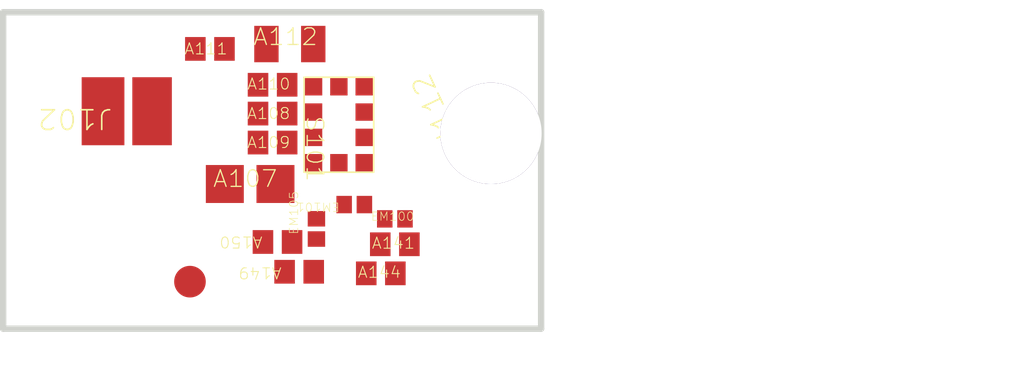
<source format=kicad_pcb>
(kicad_pcb (version 20171130) (host pcbnew "(5.1.0)-1")

  (general
    (thickness 1.6)
    (drawings 4)
    (tracks 0)
    (zones 0)
    (modules 18)
    (nets 14)
  )

  (page A4)
  (layers
    (0 F.Cu signal)
    (31 B.Cu signal)
    (32 B.Adhes user)
    (33 F.Adhes user)
    (34 B.Paste user)
    (35 F.Paste user)
    (36 B.SilkS user)
    (37 F.SilkS user)
    (38 B.Mask user)
    (39 F.Mask user)
    (40 Dwgs.User user)
    (41 Cmts.User user)
    (42 Eco1.User user)
    (43 Eco2.User user)
    (44 Edge.Cuts user)
    (45 Margin user)
    (46 B.CrtYd user)
    (47 F.CrtYd user)
    (48 B.Fab user)
    (49 F.Fab user)
  )

  (setup
    (last_trace_width 0.25)
    (trace_clearance 0.2)
    (zone_clearance 0.508)
    (zone_45_only no)
    (trace_min 0.2)
    (via_size 0.8)
    (via_drill 0.4)
    (via_min_size 0.4)
    (via_min_drill 0.3)
    (uvia_size 0.3)
    (uvia_drill 0.1)
    (uvias_allowed no)
    (uvia_min_size 0.2)
    (uvia_min_drill 0.1)
    (edge_width 0.05)
    (segment_width 0.2)
    (pcb_text_width 0.3)
    (pcb_text_size 1.5 1.5)
    (mod_edge_width 0.12)
    (mod_text_size 1 1)
    (mod_text_width 0.15)
    (pad_size 1.524 1.524)
    (pad_drill 0.762)
    (pad_to_mask_clearance 0.051)
    (solder_mask_min_width 0.25)
    (aux_axis_origin 0 0)
    (visible_elements FFFFFF7F)
    (pcbplotparams
      (layerselection 0x010fc_ffffffff)
      (usegerberextensions false)
      (usegerberattributes false)
      (usegerberadvancedattributes false)
      (creategerberjobfile false)
      (excludeedgelayer true)
      (linewidth 0.150000)
      (plotframeref false)
      (viasonmask false)
      (mode 1)
      (useauxorigin false)
      (hpglpennumber 1)
      (hpglpenspeed 20)
      (hpglpendiameter 15.000000)
      (psnegative false)
      (psa4output false)
      (plotreference true)
      (plotvalue true)
      (plotinvisibletext false)
      (padsonsilk false)
      (subtractmaskfromsilk false)
      (outputformat 1)
      (mirror false)
      (drillshape 1)
      (scaleselection 1)
      (outputdirectory ""))
  )

  (net 0 "")
  (net 1 GND)
  (net 2 N17753661)
  (net 3 N17753743)
  (net 4 N17753749)
  (net 5 N17753816)
  (net 6 N17753880)
  (net 7 N17753882)
  (net 8 N17753954)
  (net 9 N17837242)
  (net 10 N17837274)
  (net 11 SDR_RFFE8_CLK)
  (net 12 SDR_RFFE8_DATA)
  (net 13 VREG_L15B_1P8)

  (net_class Default "This is the default net class."
    (clearance 0.2)
    (trace_width 0.25)
    (via_dia 0.8)
    (via_drill 0.4)
    (uvia_dia 0.3)
    (uvia_drill 0.1)
    (add_net GND)
    (add_net N17753661)
    (add_net N17753743)
    (add_net N17753749)
    (add_net N17753816)
    (add_net N17753880)
    (add_net N17753882)
    (add_net N17753954)
    (add_net N17837242)
    (add_net N17837274)
    (add_net SDR_RFFE8_CLK)
    (add_net SDR_RFFE8_DATA)
    (add_net VREG_L15B_1P8)
  )

  (module "" (layer F.Cu) (tedit 0) (tstamp 682E90A5)
    (at 90.45164 381.7569)
    (fp_text reference "" (at 0 0) (layer F.SilkS)
      (effects (font (size 1.27 1.27) (thickness 0.15)))
    )
    (fp_text value "" (at 0 0) (layer F.SilkS)
      (effects (font (size 1.27 1.27) (thickness 0.15)))
    )
    (pad "" smd circle (at 0 0) (size 0.5 0.5) (layers F.Cu F.Paste F.Mask))
  )

  (module "" (layer F.Cu) (tedit 0) (tstamp 682E90A1)
    (at 95.20804 379.4139)
    (fp_text reference "" (at 0 0) (layer F.SilkS)
      (effects (font (size 1.27 1.27) (thickness 0.15)))
    )
    (fp_text value "" (at 0 0) (layer F.SilkS)
      (effects (font (size 1.27 1.27) (thickness 0.15)))
    )
    (pad "" thru_hole circle (at 0 0) (size 1.6 1.6) (drill 1.6) (layers *.Cu *.Mask))
  )

  (module ANT_HG_F1_1 (layer F.Cu) (tedit 0) (tstamp 682E909E)
    (at 95.20754 379.4707 114.9)
    (attr smd)
    (fp_text reference J112 (at 0.762731 -0.61108 114.9 unlocked) (layer F.SilkS)
      (effects (font (size 0.311029 0.32715) (thickness 0.0254)))
    )
    (fp_text value ANT_PIN_ANT_HG_F1_XM-217-XC-186 (at -1.332071 3.432753 unlocked) (layer F.SilkS) hide
      (effects (font (size 0.311029 0.32715) (thickness 0.0254)))
    )
  )

  (module CAP01005_HT0_22_NM_3 (layer F.Cu) (tedit 0) (tstamp 682E9099)
    (at 92.44994 380.92329 90)
    (attr smd)
    (fp_text reference EM105 (at 0.2548 -0.3566 90 unlocked) (layer F.SilkS)
      (effects (font (size 0.133299 0.140208) (thickness 0.01016)))
    )
    (fp_text value CAP_NM_CAP01005_HT0_22_NM_NM (at 0.1016 1.4224 unlocked) (layer F.SilkS) hide
      (effects (font (size 0.133299 0.140208) (thickness 0.01016)))
    )
    (pad 1 smd rect (at -0.16 0) (size 0.275 0.245) (layers F.Cu F.Paste F.Mask)
      (net 2 N17753661))
    (pad 2 smd rect (at 0.16 0) (size 0.275 0.245) (layers F.Cu F.Paste F.Mask)
      (net 1 GND))
  )

  (module RES01005_HT0_15_S0_38_NM_1 (layer F.Cu) (tedit 0) (tstamp 682E9094)
    (at 93.68924 380.76489)
    (attr smd)
    (fp_text reference EM100 (at -0.0358 -0.0375 unlocked) (layer F.SilkS)
      (effects (font (size 0.133299 0.140208) (thickness 0.01016)))
    )
    (fp_text value RES_NM_RES01005_HT0_15_S0_38_NM (at 1.5748 -0.1016 unlocked) (layer F.SilkS) hide
      (effects (font (size 0.133299 0.140208) (thickness 0.01016)))
    )
    (pad 1 smd rect (at -0.16 0) (size 0.245 0.275) (layers F.Cu F.Paste F.Mask)
      (net 7 N17753882))
    (pad 2 smd rect (at 0.16 0) (size 0.245 0.275) (layers F.Cu F.Paste F.Mask)
      (net 1 GND))
  )

  (module RES01005_HT0_15_S0_38_NM_2 (layer F.Cu) (tedit 0) (tstamp 682E908F)
    (at 93.04784 380.5389 180)
    (attr smd)
    (fp_text reference EM101 (at 0.5738 -0.0375 180 unlocked) (layer F.SilkS)
      (effects (font (size 0.133299 0.140208) (thickness 0.01016)))
    )
    (fp_text value RES_NM_RES01005_HT0_15_S0_38_NM (at -1.5748 0.1016 unlocked) (layer F.SilkS) hide
      (effects (font (size 0.133299 0.140208) (thickness 0.01016)))
    )
    (pad 1 smd rect (at -0.16 0) (size 0.245 0.275) (layers F.Cu F.Paste F.Mask)
      (net 8 N17753954))
    (pad 2 smd rect (at 0.16 0) (size 0.245 0.275) (layers F.Cu F.Paste F.Mask)
      (net 1 GND))
  )

  (module IND0402CS-HT0_6_FPC_S_1 (layer F.Cu) (tedit 0) (tstamp 682E9086)
    (at 91.40254 380.21381)
    (attr smd)
    (fp_text reference A107 (at -0.0777 -0.0832 unlocked) (layer F.SilkS)
      (effects (font (size 0.2624 0.276) (thickness 0.02)))
    )
    (fp_text value INDUCTOR_IND0402CS-HT0_6_FPC_S_ (at 3.1 -0.2 unlocked) (layer F.SilkS) hide
      (effects (font (size 0.2624 0.276) (thickness 0.02)))
    )
    (fp_line (start -0.55 0.35) (end -0.55 -0.35) (layer Dwgs.User) (width 0.0254))
    (fp_line (start -0.55 -0.35) (end 0.55 -0.35) (layer Dwgs.User) (width 0.0254))
    (fp_line (start 0.55 0.35) (end 0.55 -0.35) (layer Dwgs.User) (width 0.0254))
    (fp_line (start -0.55 0.35) (end 0.55 0.35) (layer Dwgs.User) (width 0.0254))
    (pad 1 smd rect (at -0.4 0) (size 0.6 0.6) (layers F.Cu F.Paste F.Mask)
      (net 4 N17753749))
    (pad 2 smd rect (at 0.4 0) (size 0.6 0.6) (layers F.Cu F.Paste F.Mask)
      (net 10 N17837274))
  )

  (module ANT_1_7X1_0_P2_HT1_35_HD_1 (layer F.Cu) (tedit 0) (tstamp 682E9081)
    (at 89.62804 379.0639 90)
    (attr smd)
    (fp_text reference J102 (at -0.119265 -0.99109 180 unlocked) (layer F.SilkS)
      (effects (font (size 0.311029 0.32715) (thickness 0.0254)))
    )
    (fp_text value KEY_2P_ANT_1_7X1_0_P2_HT1_35_HD (at 0.237065 3.674508 unlocked) (layer F.SilkS) hide
      (effects (font (size 0.311029 0.32715) (thickness 0.0254)))
    )
    (pad 1 smd rect (at 0 -0.55) (size 0.675 1.075) (layers F.Cu F.Paste F.Mask)
      (net 3 N17753743))
    (pad 2 smd rect (at 0 0.225) (size 0.625 1.075) (layers F.Cu F.Paste F.Mask)
      (net 3 N17753743))
  )

  (module IND0402CS-HT0_6_4 (layer F.Cu) (tedit 0) (tstamp 682E907C)
    (at 92.02964 378.0025)
    (attr smd)
    (fp_text reference A112 (at -0.068 -0.114 unlocked) (layer F.SilkS)
      (effects (font (size 0.2624 0.276) (thickness 0.02)))
    )
    (fp_text value INDUCTOR_IND0402CS-HT0_6_10NH (at 2.9 -0.2 unlocked) (layer F.SilkS) hide
      (effects (font (size 0.2624 0.276) (thickness 0.02)))
    )
    (pad 1 smd rect (at -0.37 0) (size 0.385 0.575) (layers F.Cu F.Paste F.Mask)
      (net 4 N17753749))
    (pad 2 smd rect (at 0.37 0) (size 0.385 0.575) (layers F.Cu F.Paste F.Mask)
      (net 1 GND))
  )

  (module CAP0201-HT0_33_23 (layer F.Cu) (tedit 0) (tstamp 682E905F)
    (at 90.76684 378.07919)
    (attr smd)
    (fp_text reference A111 (at -0.06233 -0.001335 unlocked) (layer F.SilkS)
      (effects (font (size 0.174936 0.184002) (thickness 0.015)))
    )
    (fp_text value CAP_NP_CAP0201-HT0_33_33PF (at 1.733355 -0.133335 unlocked) (layer F.SilkS) hide
      (effects (font (size 0.174936 0.184002) (thickness 0.015)))
    )
    (fp_line (start 2.226 0.15) (end 2.328 0.455) (layer B.Fab) (width 0.0254))
    (fp_line (start 0.23 0.636) (end 0.84 0.636) (layer B.Fab) (width 0.0254))
    (fp_line (start 2.226 0.573) (end 2.226 0.15) (layer B.Fab) (width 0.0254))
    (fp_line (start 2.125 0.455) (end 2.226 0.15) (layer B.Fab) (width 0.0254))
    (fp_line (start 0.554 0.15) (end 2.48 0.15) (layer B.Fab) (width 0.0254))
    (fp_line (start 0.23 0.636) (end 0.535 0.535) (layer B.Fab) (width 0.0254))
    (fp_line (start 2.125 -0.455) (end 2.226 -0.15) (layer B.Fab) (width 0.0254))
    (fp_line (start 0.554 -0.15) (end 2.48 -0.15) (layer B.Fab) (width 0.0254))
    (fp_line (start 2.226 -0.15) (end 2.328 -0.455) (layer B.Fab) (width 0.0254))
    (fp_line (start 2.226 -0.15) (end 2.226 -0.76) (layer B.Fab) (width 0.0254))
    (fp_line (start 0.23 0.89) (end 0.23 0.254) (layer B.Fab) (width 0.0254))
    (fp_line (start 0.3 1.272) (end 0.91 1.272) (layer B.Fab) (width 0.0254))
    (fp_line (start -0.23 0.89) (end -0.23 0.254) (layer B.Fab) (width 0.0254))
    (fp_line (start 0.3 1.272) (end 0.605 1.171) (layer B.Fab) (width 0.0254))
    (fp_line (start 0.3 1.272) (end 0.605 1.374) (layer B.Fab) (width 0.0254))
    (fp_line (start -0.3 1.526) (end -0.3 0.404) (layer B.Fab) (width 0.0254))
    (fp_line (start -0.535 0.535) (end -0.23 0.636) (layer B.Fab) (width 0.0254))
    (fp_line (start -0.535 0.738) (end -0.23 0.636) (layer B.Fab) (width 0.0254))
    (fp_line (start -0.841 0.636) (end -0.23 0.636) (layer B.Fab) (width 0.0254))
    (fp_line (start -0.605 1.171) (end -0.3 1.272) (layer B.Fab) (width 0.0254))
    (fp_line (start -0.605 1.374) (end -0.3 1.272) (layer B.Fab) (width 0.0254))
    (fp_line (start -0.841 1.272) (end -0.3 1.272) (layer B.Fab) (width 0.0254))
    (fp_line (start 0.23 0.636) (end 0.535 0.738) (layer B.Fab) (width 0.0254))
    (fp_line (start 0.3 1.526) (end 0.3 0.404) (layer B.Fab) (width 0.0254))
    (pad 1 smd rect (at -0.23 0) (size 0.325 0.375) (layers F.Cu F.Paste F.Mask)
      (net 3 N17753743))
    (pad 2 smd rect (at 0.23 0) (size 0.325 0.375) (layers F.Cu F.Paste F.Mask)
      (net 4 N17753749))
  )

  (module CAP0201-HT0_33_24 (layer F.Cu) (tedit 0) (tstamp 682E9042)
    (at 91.75714 379.101)
    (attr smd)
    (fp_text reference A108 (at -0.06233 -0.001335 unlocked) (layer F.SilkS)
      (effects (font (size 0.174936 0.184002) (thickness 0.015)))
    )
    (fp_text value CAP_NP_CAP0201-HT0_33_1.6PF (at 1.800023 -0.133335 unlocked) (layer F.SilkS) hide
      (effects (font (size 0.174936 0.184002) (thickness 0.015)))
    )
    (fp_line (start 2.226 0.15) (end 2.328 0.455) (layer B.Fab) (width 0.0254))
    (fp_line (start 0.23 0.636) (end 0.84 0.636) (layer B.Fab) (width 0.0254))
    (fp_line (start 2.226 0.573) (end 2.226 0.15) (layer B.Fab) (width 0.0254))
    (fp_line (start 2.125 0.455) (end 2.226 0.15) (layer B.Fab) (width 0.0254))
    (fp_line (start 0.554 0.15) (end 2.48 0.15) (layer B.Fab) (width 0.0254))
    (fp_line (start 0.23 0.636) (end 0.535 0.535) (layer B.Fab) (width 0.0254))
    (fp_line (start 2.125 -0.455) (end 2.226 -0.15) (layer B.Fab) (width 0.0254))
    (fp_line (start 0.554 -0.15) (end 2.48 -0.15) (layer B.Fab) (width 0.0254))
    (fp_line (start 2.226 -0.15) (end 2.328 -0.455) (layer B.Fab) (width 0.0254))
    (fp_line (start 2.226 -0.15) (end 2.226 -0.76) (layer B.Fab) (width 0.0254))
    (fp_line (start 0.23 0.89) (end 0.23 0.254) (layer B.Fab) (width 0.0254))
    (fp_line (start 0.3 1.272) (end 0.91 1.272) (layer B.Fab) (width 0.0254))
    (fp_line (start -0.23 0.89) (end -0.23 0.254) (layer B.Fab) (width 0.0254))
    (fp_line (start 0.3 1.272) (end 0.605 1.171) (layer B.Fab) (width 0.0254))
    (fp_line (start 0.3 1.272) (end 0.605 1.374) (layer B.Fab) (width 0.0254))
    (fp_line (start -0.3 1.526) (end -0.3 0.404) (layer B.Fab) (width 0.0254))
    (fp_line (start -0.535 0.535) (end -0.23 0.636) (layer B.Fab) (width 0.0254))
    (fp_line (start -0.535 0.738) (end -0.23 0.636) (layer B.Fab) (width 0.0254))
    (fp_line (start -0.841 0.636) (end -0.23 0.636) (layer B.Fab) (width 0.0254))
    (fp_line (start -0.605 1.171) (end -0.3 1.272) (layer B.Fab) (width 0.0254))
    (fp_line (start -0.605 1.374) (end -0.3 1.272) (layer B.Fab) (width 0.0254))
    (fp_line (start -0.841 1.272) (end -0.3 1.272) (layer B.Fab) (width 0.0254))
    (fp_line (start 0.23 0.636) (end 0.535 0.738) (layer B.Fab) (width 0.0254))
    (fp_line (start 0.3 1.526) (end 0.3 0.404) (layer B.Fab) (width 0.0254))
    (pad 1 smd rect (at -0.23 0) (size 0.325 0.375) (layers F.Cu F.Paste F.Mask)
      (net 4 N17753749))
    (pad 2 smd rect (at 0.23 0) (size 0.325 0.375) (layers F.Cu F.Paste F.Mask)
      (net 6 N17753880))
  )

  (module CAP0201-HT0_33_25 (layer F.Cu) (tedit 0) (tstamp 682E9025)
    (at 91.83494 381.1299 180)
    (attr smd)
    (fp_text reference A150 (at 0.57767 -0.001335 180 unlocked) (layer F.SilkS)
      (effects (font (size 0.174936 0.184002) (thickness 0.015)))
    )
    (fp_text value CAP_NP_CAP0201-HT0_33_100NF (at -1.800023 0.133335 unlocked) (layer F.SilkS) hide
      (effects (font (size 0.174936 0.184002) (thickness 0.015)))
    )
    (fp_line (start 2.226 0.15) (end 2.328 0.455) (layer B.Fab) (width 0.0254))
    (fp_line (start 0.23 0.636) (end 0.84 0.636) (layer B.Fab) (width 0.0254))
    (fp_line (start 2.226 0.573) (end 2.226 0.15) (layer B.Fab) (width 0.0254))
    (fp_line (start 2.125 0.455) (end 2.226 0.15) (layer B.Fab) (width 0.0254))
    (fp_line (start 0.554 0.15) (end 2.48 0.15) (layer B.Fab) (width 0.0254))
    (fp_line (start 0.23 0.636) (end 0.535 0.535) (layer B.Fab) (width 0.0254))
    (fp_line (start 2.125 -0.455) (end 2.226 -0.15) (layer B.Fab) (width 0.0254))
    (fp_line (start 0.554 -0.15) (end 2.48 -0.15) (layer B.Fab) (width 0.0254))
    (fp_line (start 2.226 -0.15) (end 2.328 -0.455) (layer B.Fab) (width 0.0254))
    (fp_line (start 2.226 -0.15) (end 2.226 -0.76) (layer B.Fab) (width 0.0254))
    (fp_line (start 0.23 0.89) (end 0.23 0.254) (layer B.Fab) (width 0.0254))
    (fp_line (start 0.3 1.272) (end 0.91 1.272) (layer B.Fab) (width 0.0254))
    (fp_line (start -0.23 0.89) (end -0.23 0.254) (layer B.Fab) (width 0.0254))
    (fp_line (start 0.3 1.272) (end 0.605 1.171) (layer B.Fab) (width 0.0254))
    (fp_line (start 0.3 1.272) (end 0.605 1.374) (layer B.Fab) (width 0.0254))
    (fp_line (start -0.3 1.526) (end -0.3 0.404) (layer B.Fab) (width 0.0254))
    (fp_line (start -0.535 0.535) (end -0.23 0.636) (layer B.Fab) (width 0.0254))
    (fp_line (start -0.535 0.738) (end -0.23 0.636) (layer B.Fab) (width 0.0254))
    (fp_line (start -0.841 0.636) (end -0.23 0.636) (layer B.Fab) (width 0.0254))
    (fp_line (start -0.605 1.171) (end -0.3 1.272) (layer B.Fab) (width 0.0254))
    (fp_line (start -0.605 1.374) (end -0.3 1.272) (layer B.Fab) (width 0.0254))
    (fp_line (start -0.841 1.272) (end -0.3 1.272) (layer B.Fab) (width 0.0254))
    (fp_line (start 0.23 0.636) (end 0.535 0.738) (layer B.Fab) (width 0.0254))
    (fp_line (start 0.3 1.526) (end 0.3 0.404) (layer B.Fab) (width 0.0254))
    (pad 1 smd rect (at -0.23 0) (size 0.325 0.375) (layers F.Cu F.Paste F.Mask)
      (net 2 N17753661))
    (pad 2 smd rect (at 0.23 0) (size 0.325 0.375) (layers F.Cu F.Paste F.Mask)
      (net 1 GND))
  )

  (module CAP0201-HT0_33_26 (layer F.Cu) (tedit 0) (tstamp 682E9008)
    (at 91.75714 379.55879)
    (attr smd)
    (fp_text reference A109 (at -0.06233 -0.001335 unlocked) (layer F.SilkS)
      (effects (font (size 0.174936 0.184002) (thickness 0.015)))
    )
    (fp_text value CAP_NP_CAP0201-HT0_33_2.7PF (at 1.800023 -0.133335 unlocked) (layer F.SilkS) hide
      (effects (font (size 0.174936 0.184002) (thickness 0.015)))
    )
    (fp_line (start 2.226 0.15) (end 2.328 0.455) (layer B.Fab) (width 0.0254))
    (fp_line (start 0.23 0.636) (end 0.84 0.636) (layer B.Fab) (width 0.0254))
    (fp_line (start 2.226 0.573) (end 2.226 0.15) (layer B.Fab) (width 0.0254))
    (fp_line (start 2.125 0.455) (end 2.226 0.15) (layer B.Fab) (width 0.0254))
    (fp_line (start 0.554 0.15) (end 2.48 0.15) (layer B.Fab) (width 0.0254))
    (fp_line (start 0.23 0.636) (end 0.535 0.535) (layer B.Fab) (width 0.0254))
    (fp_line (start 2.125 -0.455) (end 2.226 -0.15) (layer B.Fab) (width 0.0254))
    (fp_line (start 0.554 -0.15) (end 2.48 -0.15) (layer B.Fab) (width 0.0254))
    (fp_line (start 2.226 -0.15) (end 2.328 -0.455) (layer B.Fab) (width 0.0254))
    (fp_line (start 2.226 -0.15) (end 2.226 -0.76) (layer B.Fab) (width 0.0254))
    (fp_line (start 0.23 0.89) (end 0.23 0.254) (layer B.Fab) (width 0.0254))
    (fp_line (start 0.3 1.272) (end 0.91 1.272) (layer B.Fab) (width 0.0254))
    (fp_line (start -0.23 0.89) (end -0.23 0.254) (layer B.Fab) (width 0.0254))
    (fp_line (start 0.3 1.272) (end 0.605 1.171) (layer B.Fab) (width 0.0254))
    (fp_line (start 0.3 1.272) (end 0.605 1.374) (layer B.Fab) (width 0.0254))
    (fp_line (start -0.3 1.526) (end -0.3 0.404) (layer B.Fab) (width 0.0254))
    (fp_line (start -0.535 0.535) (end -0.23 0.636) (layer B.Fab) (width 0.0254))
    (fp_line (start -0.535 0.738) (end -0.23 0.636) (layer B.Fab) (width 0.0254))
    (fp_line (start -0.841 0.636) (end -0.23 0.636) (layer B.Fab) (width 0.0254))
    (fp_line (start -0.605 1.171) (end -0.3 1.272) (layer B.Fab) (width 0.0254))
    (fp_line (start -0.605 1.374) (end -0.3 1.272) (layer B.Fab) (width 0.0254))
    (fp_line (start -0.841 1.272) (end -0.3 1.272) (layer B.Fab) (width 0.0254))
    (fp_line (start 0.23 0.636) (end 0.535 0.738) (layer B.Fab) (width 0.0254))
    (fp_line (start 0.3 1.526) (end 0.3 0.404) (layer B.Fab) (width 0.0254))
    (pad 1 smd rect (at -0.23 0) (size 0.325 0.375) (layers F.Cu F.Paste F.Mask)
      (net 4 N17753749))
    (pad 2 smd rect (at 0.23 0) (size 0.325 0.375) (layers F.Cu F.Paste F.Mask)
      (net 5 N17753816))
  )

  (module IND0201-HT0_35_7 (layer F.Cu) (tedit 0) (tstamp 682E8FEB)
    (at 91.75714 378.646)
    (attr smd)
    (fp_text reference A110 (at -0.06033 -0.012335 unlocked) (layer F.SilkS)
      (effects (font (size 0.174936 0.184002) (thickness 0.015)))
    )
    (fp_text value INDUCTOR_IND0201-HT0_35_15NH (at 1.86669 -0.133335 unlocked) (layer F.SilkS) hide
      (effects (font (size 0.174936 0.184002) (thickness 0.015)))
    )
    (fp_line (start 0.23 0.884) (end 0.535 0.783) (layer B.Fab) (width 0.0254))
    (fp_line (start 3.112 0.15) (end 3.213 0.455) (layer B.Fab) (width 0.0254))
    (fp_line (start 3.112 0.76) (end 3.112 0.15) (layer B.Fab) (width 0.0254))
    (fp_line (start 3.011 0.455) (end 3.112 0.15) (layer B.Fab) (width 0.0254))
    (fp_line (start -0.046 0.15) (end 3.417 0.15) (layer B.Fab) (width 0.0254))
    (fp_line (start 0.554 -0.15) (end 3.417 -0.15) (layer B.Fab) (width 0.0254))
    (fp_line (start 3.011 -0.455) (end 3.112 -0.15) (layer B.Fab) (width 0.0254))
    (fp_line (start 3.112 -0.15) (end 3.213 -0.455) (layer B.Fab) (width 0.0254))
    (fp_line (start 3.112 -0.15) (end 3.112 -0.639) (layer B.Fab) (width 0.0254))
    (fp_line (start 0.23 0.884) (end 0.535 0.985) (layer B.Fab) (width 0.0254))
    (fp_line (start 0.3 1.39) (end 0.992 1.39) (layer B.Fab) (width 0.0254))
    (fp_line (start -0.23 1.189) (end -0.23 0.254) (layer B.Fab) (width 0.0254))
    (fp_line (start 0.3 1.39) (end 0.605 1.289) (layer B.Fab) (width 0.0254))
    (fp_line (start 0.3 1.695) (end 0.3 0.104) (layer B.Fab) (width 0.0254))
    (fp_line (start 0.23 1.189) (end 0.23 0.254) (layer B.Fab) (width 0.0254))
    (fp_line (start -0.3 1.695) (end -0.3 0.404) (layer B.Fab) (width 0.0254))
    (fp_line (start 0.3 1.39) (end 0.605 1.491) (layer B.Fab) (width 0.0254))
    (fp_line (start 0.23 0.884) (end 1.002 0.884) (layer B.Fab) (width 0.0254))
    (fp_line (start -0.535 0.783) (end -0.23 0.884) (layer B.Fab) (width 0.0254))
    (fp_line (start -0.535 0.985) (end -0.23 0.884) (layer B.Fab) (width 0.0254))
    (fp_line (start -0.84 0.884) (end -0.23 0.884) (layer B.Fab) (width 0.0254))
    (fp_line (start -0.605 1.289) (end -0.3 1.39) (layer B.Fab) (width 0.0254))
    (fp_line (start -0.605 1.491) (end -0.3 1.39) (layer B.Fab) (width 0.0254))
    (fp_line (start -0.91 1.39) (end -0.3 1.39) (layer B.Fab) (width 0.0254))
    (pad 1 smd rect (at -0.23 0) (size 0.325 0.375) (layers F.Cu F.Paste F.Mask)
      (net 4 N17753749))
    (pad 2 smd rect (at 0.23 0) (size 0.325 0.375) (layers F.Cu F.Paste F.Mask)
      (net 9 N17837242))
  )

  (module RES0201-HT0_23_HD_27 (layer F.Cu) (tedit 0) (tstamp 682E8FCE)
    (at 93.68844 381.166)
    (attr smd)
    (fp_text reference A141 (at -0.02233 -0.017335 unlocked) (layer F.SilkS)
      (effects (font (size 0.174936 0.184002) (thickness 0.015)))
    )
    (fp_text value RES_RES0201-HT0_23_HD_0OHM (at 1.733355 -0.133335 unlocked) (layer F.SilkS) hide
      (effects (font (size 0.174936 0.184002) (thickness 0.015)))
    )
    (fp_line (start 0.3 1.187) (end 0.94 1.187) (layer B.Fab) (width 0.0254))
    (fp_line (start 2.925 0.15) (end 3.027 0.455) (layer B.Fab) (width 0.0254))
    (fp_line (start 2.925 0.76) (end 2.925 0.15) (layer B.Fab) (width 0.0254))
    (fp_line (start 2.824 0.455) (end 2.925 0.15) (layer B.Fab) (width 0.0254))
    (fp_line (start 0.554 0.15) (end 3.23 0.15) (layer B.Fab) (width 0.0254))
    (fp_line (start 2.824 -0.455) (end 2.925 -0.15) (layer B.Fab) (width 0.0254))
    (fp_line (start 0.554 -0.15) (end 3.23 -0.15) (layer B.Fab) (width 0.0254))
    (fp_line (start 2.925 -0.15) (end 3.027 -0.455) (layer B.Fab) (width 0.0254))
    (fp_line (start 0.131 0.667) (end 0.23 0.667) (layer B.Fab) (width 0.0254))
    (fp_line (start 2.925 -0.15) (end 2.925 -1.132) (layer B.Fab) (width 0.0254))
    (fp_line (start 0.23 0.972) (end 0.23 0.254) (layer B.Fab) (width 0.0254))
    (fp_line (start 0.3 1.187) (end 0.605 1.086) (layer B.Fab) (width 0.0254))
    (fp_line (start -0.23 0.972) (end -0.23 0.254) (layer B.Fab) (width 0.0254))
    (fp_line (start 0.3 1.187) (end 0.605 1.289) (layer B.Fab) (width 0.0254))
    (fp_line (start -0.3 1.492) (end -0.3 0.404) (layer B.Fab) (width 0.0254))
    (fp_line (start 0.23 0.667) (end 0.535 0.566) (layer B.Fab) (width 0.0254))
    (fp_line (start -0.535 0.566) (end -0.23 0.667) (layer B.Fab) (width 0.0254))
    (fp_line (start -0.535 0.769) (end -0.23 0.667) (layer B.Fab) (width 0.0254))
    (fp_line (start -0.84 0.667) (end -0.23 0.667) (layer B.Fab) (width 0.0254))
    (fp_line (start -0.605 1.086) (end -0.3 1.187) (layer B.Fab) (width 0.0254))
    (fp_line (start -0.605 1.289) (end -0.3 1.187) (layer B.Fab) (width 0.0254))
    (fp_line (start -0.91 1.187) (end -0.3 1.187) (layer B.Fab) (width 0.0254))
    (fp_line (start 0.3 1.492) (end 0.3 0.404) (layer B.Fab) (width 0.0254))
    (fp_line (start 0.23 0.667) (end 0.535 0.769) (layer B.Fab) (width 0.0254))
    (pad 1 smd rect (at -0.23 0) (size 0.325 0.375) (layers F.Cu F.Paste F.Mask)
      (net 7 N17753882))
    (pad 2 smd rect (at 0.23 0) (size 0.325 0.375) (layers F.Cu F.Paste F.Mask)
      (net 11 SDR_RFFE8_CLK))
  )

  (module RES0201-HT0_23_HD_28 (layer F.Cu) (tedit 0) (tstamp 682E8FB1)
    (at 93.46694 381.6255)
    (attr smd)
    (fp_text reference A144 (at -0.02233 -0.017335 unlocked) (layer F.SilkS)
      (effects (font (size 0.174936 0.184002) (thickness 0.015)))
    )
    (fp_text value RES_RES0201-HT0_23_HD_0OHM (at 1.733355 -0.133335 unlocked) (layer F.SilkS) hide
      (effects (font (size 0.174936 0.184002) (thickness 0.015)))
    )
    (fp_line (start 0.3 1.187) (end 0.94 1.187) (layer B.Fab) (width 0.0254))
    (fp_line (start 2.925 0.15) (end 3.027 0.455) (layer B.Fab) (width 0.0254))
    (fp_line (start 2.925 0.76) (end 2.925 0.15) (layer B.Fab) (width 0.0254))
    (fp_line (start 2.824 0.455) (end 2.925 0.15) (layer B.Fab) (width 0.0254))
    (fp_line (start 0.554 0.15) (end 3.23 0.15) (layer B.Fab) (width 0.0254))
    (fp_line (start 2.824 -0.455) (end 2.925 -0.15) (layer B.Fab) (width 0.0254))
    (fp_line (start 0.554 -0.15) (end 3.23 -0.15) (layer B.Fab) (width 0.0254))
    (fp_line (start 2.925 -0.15) (end 3.027 -0.455) (layer B.Fab) (width 0.0254))
    (fp_line (start 0.131 0.667) (end 0.23 0.667) (layer B.Fab) (width 0.0254))
    (fp_line (start 2.925 -0.15) (end 2.925 -1.132) (layer B.Fab) (width 0.0254))
    (fp_line (start 0.23 0.972) (end 0.23 0.254) (layer B.Fab) (width 0.0254))
    (fp_line (start 0.3 1.187) (end 0.605 1.086) (layer B.Fab) (width 0.0254))
    (fp_line (start -0.23 0.972) (end -0.23 0.254) (layer B.Fab) (width 0.0254))
    (fp_line (start 0.3 1.187) (end 0.605 1.289) (layer B.Fab) (width 0.0254))
    (fp_line (start -0.3 1.492) (end -0.3 0.404) (layer B.Fab) (width 0.0254))
    (fp_line (start 0.23 0.667) (end 0.535 0.566) (layer B.Fab) (width 0.0254))
    (fp_line (start -0.535 0.566) (end -0.23 0.667) (layer B.Fab) (width 0.0254))
    (fp_line (start -0.535 0.769) (end -0.23 0.667) (layer B.Fab) (width 0.0254))
    (fp_line (start -0.84 0.667) (end -0.23 0.667) (layer B.Fab) (width 0.0254))
    (fp_line (start -0.605 1.086) (end -0.3 1.187) (layer B.Fab) (width 0.0254))
    (fp_line (start -0.605 1.289) (end -0.3 1.187) (layer B.Fab) (width 0.0254))
    (fp_line (start -0.91 1.187) (end -0.3 1.187) (layer B.Fab) (width 0.0254))
    (fp_line (start 0.3 1.492) (end 0.3 0.404) (layer B.Fab) (width 0.0254))
    (fp_line (start 0.23 0.667) (end 0.535 0.769) (layer B.Fab) (width 0.0254))
    (pad 1 smd rect (at -0.23 0) (size 0.325 0.375) (layers F.Cu F.Paste F.Mask)
      (net 8 N17753954))
    (pad 2 smd rect (at 0.23 0) (size 0.325 0.375) (layers F.Cu F.Paste F.Mask)
      (net 12 SDR_RFFE8_DATA))
  )

  (module RES0201-HT0_23_HD_32 (layer F.Cu) (tedit 0) (tstamp 682E8F94)
    (at 92.17704 381.60049 180)
    (attr smd)
    (fp_text reference A149 (at 0.61767 -0.017335 180 unlocked) (layer F.SilkS)
      (effects (font (size 0.174936 0.184002) (thickness 0.015)))
    )
    (fp_text value RES_RES0201-HT0_23_HD_10OHM (at -1.800023 0.133335 unlocked) (layer F.SilkS) hide
      (effects (font (size 0.174936 0.184002) (thickness 0.015)))
    )
    (fp_line (start 0.3 1.187) (end 0.94 1.187) (layer B.Fab) (width 0.0254))
    (fp_line (start 2.925 0.15) (end 3.027 0.455) (layer B.Fab) (width 0.0254))
    (fp_line (start 2.925 0.76) (end 2.925 0.15) (layer B.Fab) (width 0.0254))
    (fp_line (start 2.824 0.455) (end 2.925 0.15) (layer B.Fab) (width 0.0254))
    (fp_line (start 0.554 0.15) (end 3.23 0.15) (layer B.Fab) (width 0.0254))
    (fp_line (start 2.824 -0.455) (end 2.925 -0.15) (layer B.Fab) (width 0.0254))
    (fp_line (start 0.554 -0.15) (end 3.23 -0.15) (layer B.Fab) (width 0.0254))
    (fp_line (start 2.925 -0.15) (end 3.027 -0.455) (layer B.Fab) (width 0.0254))
    (fp_line (start 0.131 0.667) (end 0.23 0.667) (layer B.Fab) (width 0.0254))
    (fp_line (start 2.925 -0.15) (end 2.925 -1.132) (layer B.Fab) (width 0.0254))
    (fp_line (start 0.23 0.972) (end 0.23 0.254) (layer B.Fab) (width 0.0254))
    (fp_line (start 0.3 1.187) (end 0.605 1.086) (layer B.Fab) (width 0.0254))
    (fp_line (start -0.23 0.972) (end -0.23 0.254) (layer B.Fab) (width 0.0254))
    (fp_line (start 0.3 1.187) (end 0.605 1.289) (layer B.Fab) (width 0.0254))
    (fp_line (start -0.3 1.492) (end -0.3 0.404) (layer B.Fab) (width 0.0254))
    (fp_line (start 0.23 0.667) (end 0.535 0.566) (layer B.Fab) (width 0.0254))
    (fp_line (start -0.535 0.566) (end -0.23 0.667) (layer B.Fab) (width 0.0254))
    (fp_line (start -0.535 0.769) (end -0.23 0.667) (layer B.Fab) (width 0.0254))
    (fp_line (start -0.84 0.667) (end -0.23 0.667) (layer B.Fab) (width 0.0254))
    (fp_line (start -0.605 1.086) (end -0.3 1.187) (layer B.Fab) (width 0.0254))
    (fp_line (start -0.605 1.289) (end -0.3 1.187) (layer B.Fab) (width 0.0254))
    (fp_line (start -0.91 1.187) (end -0.3 1.187) (layer B.Fab) (width 0.0254))
    (fp_line (start 0.3 1.492) (end 0.3 0.404) (layer B.Fab) (width 0.0254))
    (fp_line (start 0.23 0.667) (end 0.535 0.769) (layer B.Fab) (width 0.0254))
    (pad 1 smd rect (at -0.23 0) (size 0.325 0.375) (layers F.Cu F.Paste F.Mask)
      (net 13 VREG_L15B_1P8))
    (pad 2 smd rect (at 0.23 0) (size 0.325 0.375) (layers F.Cu F.Paste F.Mask)
      (net 2 N17753661))
  )

  (module SMT1_1X1_5_HT0_45_10P_HD_1 (layer F.Cu) (tedit 0) (tstamp 682E8F83)
    (at 92.80454 379.2773 180)
    (attr smd)
    (fp_text reference S101 (at 0.38 -0.38 270 unlocked) (layer F.SilkS)
      (effects (font (size 0.2624 0.276) (thickness 0.02)))
    )
    (fp_text value QM13344_SMT1_1X1_5_HT0_45_10P_H (at -3.1 0.2 unlocked) (layer F.SilkS) hide
      (effects (font (size 0.2624 0.276) (thickness 0.02)))
    )
    (fp_line (start -0.55 0.75) (end 0.55 0.75) (layer F.SilkS) (width 0.0254))
    (fp_line (start -0.55 0.75) (end -0.55 -0.75) (layer F.SilkS) (width 0.0254))
    (fp_line (start 0.55 0.75) (end 0.55 -0.75) (layer F.SilkS) (width 0.0254))
    (fp_line (start -0.55 -0.75) (end 0.55 -0.75) (layer F.SilkS) (width 0.0254))
    (pad 1 smd rect (at -0.4 -0.6) (size 0.275 0.275) (layers F.Cu F.Paste F.Mask)
      (net 8 N17753954))
    (pad 2 smd rect (at -0.4 -0.2) (size 0.275 0.275) (layers F.Cu F.Paste F.Mask)
      (net 7 N17753882))
    (pad 3 smd rect (at -0.4 0.2) (size 0.275 0.275) (layers F.Cu F.Paste F.Mask)
      (net 2 N17753661))
    (pad 4 smd rect (at -0.4 0.6) (size 0.275 0.275) (layers F.Cu F.Paste F.Mask)
      (net 2 N17753661))
    (pad 5 smd rect (at 0 0.6) (size 0.275 0.275) (layers F.Cu F.Paste F.Mask)
      (net 1 GND))
    (pad 6 smd rect (at 0.4 0.6) (size 0.275 0.275) (layers F.Cu F.Paste F.Mask)
      (net 9 N17837242))
    (pad 7 smd rect (at 0.4 0.2) (size 0.275 0.275) (layers F.Cu F.Paste F.Mask)
      (net 6 N17753880))
    (pad 8 smd rect (at 0.4 -0.2) (size 0.275 0.275) (layers F.Cu F.Paste F.Mask)
      (net 5 N17753816))
    (pad 9 smd rect (at 0.4 -0.6) (size 0.275 0.275) (layers F.Cu F.Paste F.Mask)
      (net 10 N17837274))
    (pad 10 smd rect (at 0 -0.6) (size 0.275 0.275) (layers F.Cu F.Paste F.Mask)
      (net 1 GND))
  )

  (gr_line (start 87.5 382.5) (end 87.5 377.5) (layer Edge.Cuts) (width 0.1))
  (gr_line (start 96 382.5) (end 87.5 382.5) (layer Edge.Cuts) (width 0.1))
  (gr_line (start 96 377.5) (end 96 382.5) (layer Edge.Cuts) (width 0.1))
  (gr_line (start 87.5 377.5) (end 96 377.5) (layer Edge.Cuts) (width 0.1))

)

</source>
